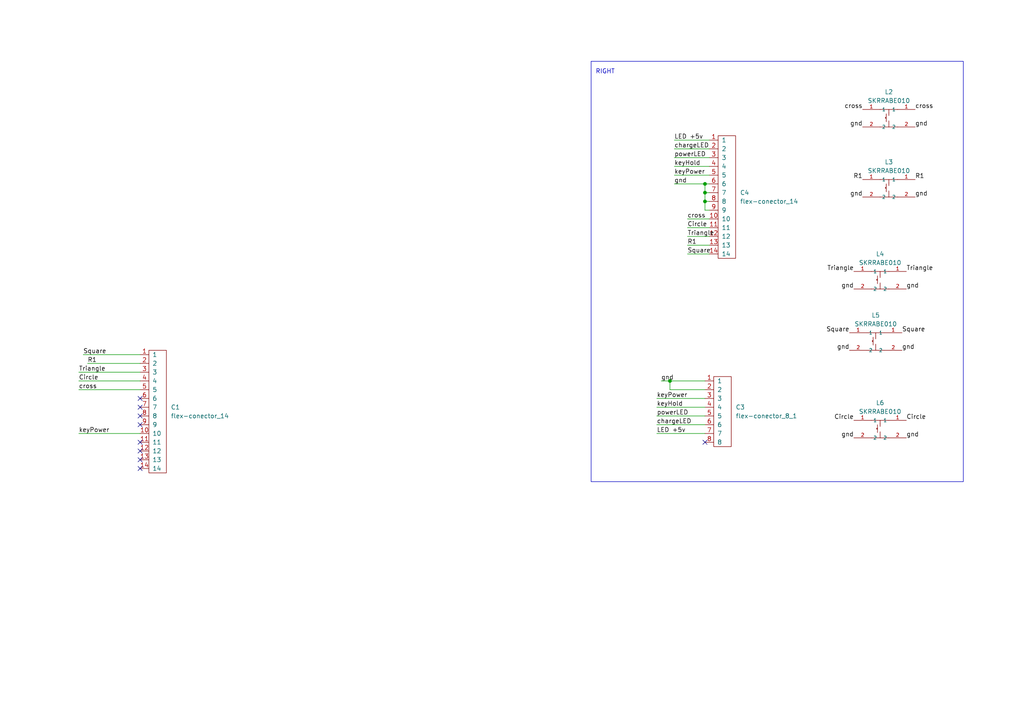
<source format=kicad_sch>
(kicad_sch (version 20231120) (generator "eeschema") (generator_version "8.0")
  (paper "A4")
  (lib_symbols
    (symbol "JLCPCB_schematic2:SKRRABE010_2pin"
      (property "Reference" "U" (at 0 1.27 0))
      (property "Value" "SKRRABE010" (at 0 -2.54 0))
      (symbol "SKRRABE010_2pin_0_1"
        (polyline (pts (xy -2.54 -3.81) (xy 2.54 -3.81)))
        (polyline (pts (xy -2.54 1.27) (xy 2.54 1.27)))
        (polyline (pts (xy -0.762 0) (xy -0.762 -2.286)))
        (polyline (pts (xy 0 -3.81) (xy 0 -2.032)))
        (polyline (pts (xy 0 0.254) (xy 0 -0.508)))
        (polyline (pts (xy 0 1.27) (xy 0 0.254)))
        (polyline (pts (xy -0.762 -1.016) (xy -1.016 -1.016) (xy -1.016 -1.27) (xy -0.762 -1.27)))
        (pin unspecified line (at -7.62 1.27 0) (length 5.08) (name "1") (number "1"))
        (pin unspecified line (at -7.62 -3.81 0) (length 5.08) (name "2") (number "2"))
      )
      (symbol "SKRRABE010_2pin_1_1"
        (pin unspecified line (at 7.62 1.27 180) (length 5.08) (name "1") (number "1"))
        (pin unspecified line (at 7.62 -3.81 180) (length 5.08) (name "2") (number "2"))
      )
    )
    (symbol "consolizer:flex-conector_14" (pin_names (offset 1.016))
      (property "Reference" "C" (at 0 2.54 0))
      (property "Value" "flex-conector_14" (at 0 5.08 0))
      (symbol "flex-conector_14_0_1"
        (rectangle (start -2.54 -2.54) (end 2.54 -38.1))
      )
      (symbol "flex-conector_14_1_1"
        (pin input line (at -5.08 -3.81 0) (length 2.54) (name "1") (number "1"))
        (pin input line (at -5.08 -26.67 0) (length 2.54) (name "10") (number "10"))
        (pin input line (at -5.08 -29.21 0) (length 2.54) (name "11") (number "11"))
        (pin input line (at -5.08 -31.75 0) (length 2.54) (name "12") (number "12"))
        (pin input line (at -5.08 -34.29 0) (length 2.54) (name "13") (number "13"))
        (pin input line (at -5.08 -36.83 0) (length 2.54) (name "14") (number "14"))
        (pin input line (at -5.08 -6.35 0) (length 2.54) (name "2") (number "2"))
        (pin input line (at -5.08 -8.89 0) (length 2.54) (name "3") (number "3"))
        (pin input line (at -5.08 -11.43 0) (length 2.54) (name "4") (number "4"))
        (pin input line (at -5.08 -13.97 0) (length 2.54) (name "5") (number "5"))
        (pin input line (at -5.08 -16.51 0) (length 2.54) (name "6") (number "6"))
        (pin input line (at -5.08 -19.05 0) (length 2.54) (name "7") (number "7"))
        (pin input line (at -5.08 -21.59 0) (length 2.54) (name "8") (number "8"))
        (pin input line (at -5.08 -24.13 0) (length 2.54) (name "9") (number "9"))
      )
    )
    (symbol "consolizer:flex-conector_8" (pin_names (offset 1.016))
      (property "Reference" "C" (at 0 2.54 0))
      (property "Value" "flex-conector_8" (at 0 5.08 0))
      (symbol "flex-conector_8_0_1"
        (rectangle (start -2.54 -2.54) (end 2.54 -22.86))
      )
      (symbol "flex-conector_8_1_1"
        (pin input line (at -5.08 -3.81 0) (length 2.54) (name "1") (number "1"))
        (pin input line (at -5.08 -6.35 0) (length 2.54) (name "2") (number "2"))
        (pin input line (at -5.08 -8.89 0) (length 2.54) (name "3") (number "3"))
        (pin input line (at -5.08 -11.43 0) (length 2.54) (name "4") (number "4"))
        (pin input line (at -5.08 -13.97 0) (length 2.54) (name "5") (number "5"))
        (pin input line (at -5.08 -16.51 0) (length 2.54) (name "6") (number "6"))
        (pin input line (at -5.08 -19.05 0) (length 2.54) (name "7") (number "7"))
        (pin input line (at -5.08 -21.59 0) (length 2.54) (name "8") (number "8"))
      )
    )
  )
  (junction (at 204.47 53.34))
  (junction (at 204.47 58.42))
  (junction (at 204.47 55.88))
  (junction (at 194.31 110.49))
  (no_connect (at 40.64 130.81))
  (no_connect (at 40.64 135.89))
  (no_connect (at 40.64 123.19))
  (no_connect (at 40.64 128.27))
  (no_connect (at 40.64 133.35))
  (no_connect (at 204.47 128.27))
  (no_connect (at 40.64 120.65))
  (no_connect (at 40.64 118.11))
  (no_connect (at 40.64 115.57))
  (wire (pts (xy 204.47 53.34) (xy 205.74 53.34)))
  (wire (pts (xy 199.39 63.5) (xy 205.74 63.5)))
  (wire (pts (xy 195.58 53.34) (xy 204.47 53.34)))
  (wire (pts (xy 199.39 68.58) (xy 205.74 68.58)))
  (wire (pts (xy 195.58 43.18) (xy 205.74 43.18)))
  (wire (pts (xy 204.47 58.42) (xy 204.47 55.88)))
  (wire (pts (xy 24.13 102.87) (xy 40.64 102.87)))
  (wire (pts (xy 190.5 115.57) (xy 204.47 115.57)))
  (wire (pts (xy 25.4 105.41) (xy 40.64 105.41)))
  (wire (pts (xy 22.86 110.49) (xy 40.64 110.49)))
  (wire (pts (xy 194.31 110.49) (xy 204.47 110.49)))
  (wire (pts (xy 22.86 113.03) (xy 40.64 113.03)))
  (wire (pts (xy 194.31 113.03) (xy 194.31 110.49)))
  (wire (pts (xy 199.39 73.66) (xy 205.74 73.66)))
  (wire (pts (xy 199.39 66.04) (xy 205.74 66.04)))
  (wire (pts (xy 190.5 123.19) (xy 204.47 123.19)))
  (wire (pts (xy 195.58 45.72) (xy 205.74 45.72)))
  (wire (pts (xy 204.47 60.96) (xy 204.47 58.42)))
  (wire (pts (xy 204.47 113.03) (xy 194.31 113.03)))
  (wire (pts (xy 195.58 48.26) (xy 205.74 48.26)))
  (wire (pts (xy 205.74 55.88) (xy 204.47 55.88)))
  (wire (pts (xy 22.86 107.95) (xy 40.64 107.95)))
  (wire (pts (xy 190.5 118.11) (xy 204.47 118.11)))
  (wire (pts (xy 190.5 120.65) (xy 204.47 120.65)))
  (wire (pts (xy 204.47 55.88) (xy 204.47 53.34)))
  (wire (pts (xy 205.74 60.96) (xy 204.47 60.96)))
  (wire (pts (xy 195.58 50.8) (xy 205.74 50.8)))
  (wire (pts (xy 190.5 125.73) (xy 204.47 125.73)))
  (wire (pts (xy 195.58 40.64) (xy 205.74 40.64)))
  (wire (pts (xy 205.74 58.42) (xy 204.47 58.42)))
  (wire (pts (xy 191.77 110.49) (xy 194.31 110.49)))
  (wire (pts (xy 199.39 71.12) (xy 205.74 71.12)))
  (wire (pts (xy 22.86 125.73) (xy 40.64 125.73)))
  (rectangle (start 171.45 17.78) (end 279.4 139.7))
  (text "RIGHT" (at 172.72 21.59 0) (effects (font (size 1.27 1.27)) (justify left bottom)))
  (label "keyPower" (at 190.5 115.57 0))
  (label "Circle" (at 22.86 110.49 0))
  (label "Circle" (at 262.89 121.92 0))
  (label "gnd" (at 247.65 127 180))
  (label "cross" (at 199.39 63.5 0))
  (label "cross" (at 250.19 31.75 180))
  (label "powerLED" (at 190.5 120.65 0))
  (label "Square" (at 24.13 102.87 0))
  (label "powerLED" (at 195.58 45.72 0))
  (label "chargeLED" (at 195.58 43.18 0))
  (label "chargeLED" (at 190.5 123.19 0))
  (label "gnd" (at 191.77 110.49 0))
  (label "keyPower" (at 195.58 50.8 0))
  (label "gnd" (at 265.43 57.15 0))
  (label "LED +5v" (at 195.58 40.64 0))
  (label "keyPower" (at 22.86 125.73 0))
  (label "cross" (at 265.43 31.75 0))
  (label "gnd" (at 247.65 83.82 180))
  (label "LED +5v" (at 190.5 125.73 0))
  (label "gnd" (at 262.89 83.82 0))
  (label "keyHold" (at 190.5 118.11 0))
  (label "gnd" (at 246.38 101.6 180))
  (label "gnd" (at 250.19 36.83 180))
  (label "gnd" (at 261.62 101.6 0))
  (label "gnd" (at 250.19 57.15 180))
  (label "gnd" (at 262.89 127 0))
  (label "Square" (at 261.62 96.52 0))
  (label "R1" (at 250.19 52.07 180))
  (label "keyHold" (at 195.58 48.26 0))
  (label "gnd" (at 265.43 36.83 0))
  (label "R1" (at 25.4 105.41 0))
  (label "Circle" (at 199.39 66.04 0))
  (label "Triangle" (at 22.86 107.95 0))
  (label "Triangle" (at 262.89 78.74 0))
  (label "R1" (at 265.43 52.07 0))
  (label "Square" (at 246.38 96.52 180))
  (label "Triangle" (at 199.39 68.58 0))
  (label "Circle" (at 247.65 121.92 180))
  (label "cross" (at 22.86 113.03 0))
  (label "Square" (at 199.39 73.66 0))
  (label "gnd" (at 195.58 53.34 0))
  (label "Triangle" (at 247.65 78.74 180))
  (label "R1" (at 199.39 71.12 0))
  (symbol (lib_id "JLCPCB_schematic2:SKRRABE010_2pin") (at 255.27 80.01 0) (unit 1)
    (property "Reference" "L4" (at 255.27 73.66 0))
    (property "Value" "SKRRABE010" (at 255.27 76.2 0))
    (property "Footprint" "JLCPCB_footprint:KEY-SMD_4P-L5.2-W5.2-P3.70-LS6.4_1" (effects (hide yes)))
    (property "Datasheet" "https://item.szlcsc.com/98645.html" (effects (hide yes)))
    (property "LCSC" "C125046" (effects (hide yes)))
  )
  (symbol (lib_id "JLCPCB_schematic2:SKRRABE010_2pin") (at 254 97.79 0) (unit 1)
    (property "Reference" "L5" (at 254 91.44 0))
    (property "Value" "SKRRABE010" (at 254 93.98 0))
    (property "Footprint" "JLCPCB_footprint:KEY-SMD_4P-L5.2-W5.2-P3.70-LS6.4_1" (effects (hide yes)))
    (property "Datasheet" "https://item.szlcsc.com/98645.html" (effects (hide yes)))
    (property "LCSC" "C125046" (effects (hide yes)))
  )
  (symbol (lib_id "JLCPCB_schematic2:SKRRABE010_2pin") (at 257.81 33.02 0) (unit 1)
    (property "Reference" "L2" (at 257.81 26.67 0))
    (property "Value" "SKRRABE010" (at 257.81 29.21 0))
    (property "Footprint" "JLCPCB_footprint:KEY-SMD_4P-L5.2-W5.2-P3.70-LS6.4_1" (effects (hide yes)))
    (property "Datasheet" "https://item.szlcsc.com/98645.html" (effects (hide yes)))
    (property "LCSC" "C125046" (effects (hide yes)))
  )
  (symbol (lib_id "JLCPCB_schematic2:SKRRABE010_2pin") (at 257.81 53.34 0) (unit 1)
    (property "Reference" "L3" (at 257.81 46.99 0))
    (property "Value" "SKRRABE010" (at 257.81 49.53 0))
    (property "Footprint" "JLCPCB_footprint:KEY-SMD_4P-L5.2-W5.2-P3.70-LS6.4_1" (effects (hide yes)))
    (property "Datasheet" "https://item.szlcsc.com/98645.html" (effects (hide yes)))
    (property "LCSC" "C125046" (effects (hide yes)))
  )
  (symbol (lib_id "consolizer:flex-conector_8") (at 209.55 106.68 0) (unit 1)
    (property "Reference" "C3" (at 213.36 118.11 0) (effects (justify left)))
    (property "Value" "flex-conector_8_1" (at 213.36 120.65 0) (effects (justify left)))
    (property "Footprint" "consolizer:flex_long_8" (effects (hide yes)))
  )
  (symbol (lib_id "JLCPCB_schematic2:SKRRABE010_2pin") (at 255.27 123.19 0) (unit 1)
    (property "Reference" "L6" (at 255.27 116.84 0))
    (property "Value" "SKRRABE010" (at 255.27 119.38 0))
    (property "Footprint" "JLCPCB_footprint:KEY-SMD_4P-L5.2-W5.2-P3.70-LS6.4_1" (effects (hide yes)))
    (property "Datasheet" "https://item.szlcsc.com/98645.html" (effects (hide yes)))
    (property "LCSC" "C125046" (effects (hide yes)))
  )
  (symbol (lib_id "consolizer:flex-conector_14") (at 45.72 99.06 0) (unit 1)
    (property "Reference" "C1" (at 49.53 118.11 0) (effects (justify left)))
    (property "Value" "flex-conector_14" (at 49.53 120.65 0) (effects (justify left)))
    (property "Footprint" "consolizer:flex_long_14" (effects (hide yes)))
  )
  (symbol (lib_id "consolizer:flex-conector_14") (at 210.82 36.83 0) (unit 1)
    (property "Reference" "C4" (at 214.63 55.88 0) (effects (justify left)))
    (property "Value" "flex-conector_14" (at 214.63 58.42 0) (effects (justify left)))
    (property "Footprint" "consolizer:flex_long_14" (effects (hide yes)))
  )
)
</source>
